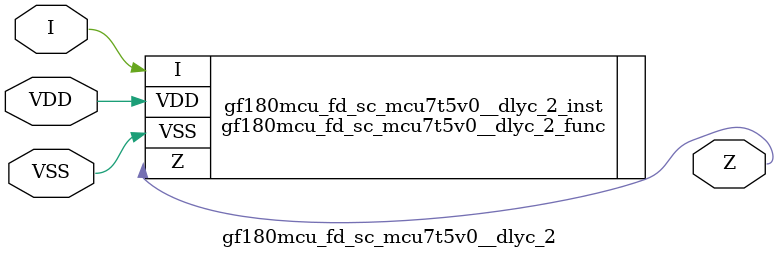
<source format=v>

module gf180mcu_fd_sc_mcu7t5v0__dlyc_2( I, Z, VDD, VSS );
input I;
inout VDD, VSS;
output Z;

   `ifdef FUNCTIONAL  //  functional //

	gf180mcu_fd_sc_mcu7t5v0__dlyc_2_func gf180mcu_fd_sc_mcu7t5v0__dlyc_2_behav_inst(.I(I),.Z(Z),.VDD(VDD),.VSS(VSS));

   `else

	gf180mcu_fd_sc_mcu7t5v0__dlyc_2_func gf180mcu_fd_sc_mcu7t5v0__dlyc_2_inst(.I(I),.Z(Z),.VDD(VDD),.VSS(VSS));

	// spec_gates_begin


	// spec_gates_end



   specify

	// specify_block_begin

	// comb arc I --> Z
	 (I => Z) = (1.0,1.0);

	// specify_block_end

   endspecify

   `endif

endmodule

</source>
